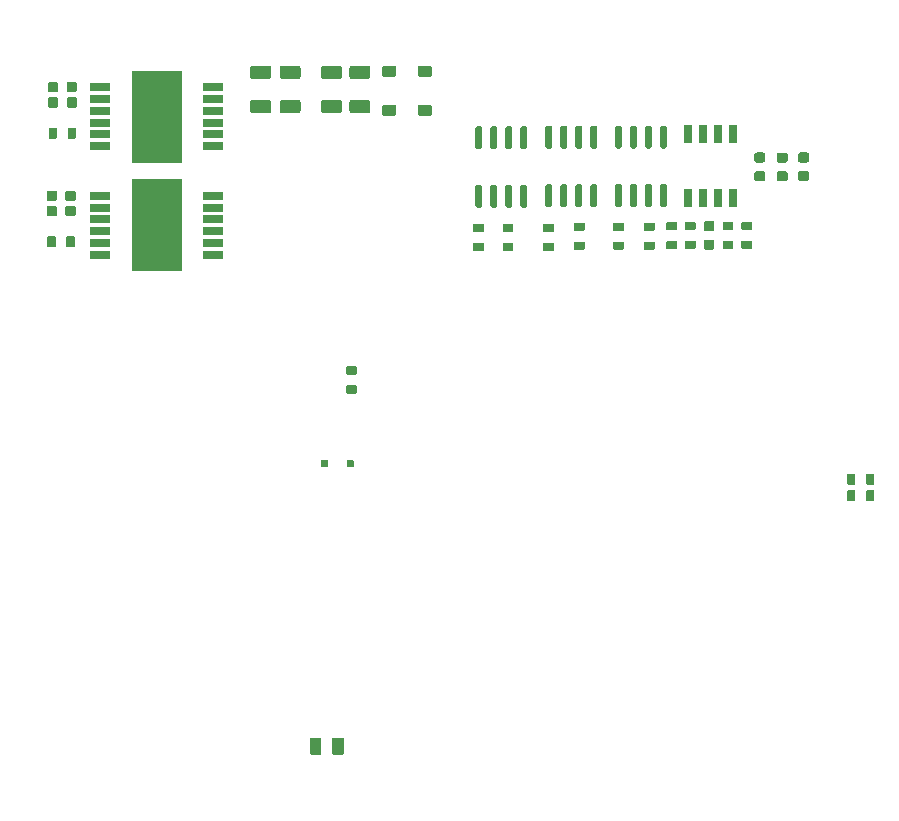
<source format=gtp>
G04 #@! TF.GenerationSoftware,KiCad,Pcbnew,8.0.2-8.0.2-0~ubuntu22.04.1*
G04 #@! TF.CreationDate,2024-05-29T14:04:05+00:00*
G04 #@! TF.ProjectId,PROLT,50524f4c-542e-46b6-9963-61645f706362,rev?*
G04 #@! TF.SameCoordinates,Original*
G04 #@! TF.FileFunction,Paste,Top*
G04 #@! TF.FilePolarity,Positive*
%FSLAX46Y46*%
G04 Gerber Fmt 4.6, Leading zero omitted, Abs format (unit mm)*
G04 Created by KiCad (PCBNEW 8.0.2-8.0.2-0~ubuntu22.04.1) date 2024-05-29 14:04:05*
%MOMM*%
%LPD*%
G01*
G04 APERTURE LIST*
%ADD10R,0.650000X1.525000*%
%ADD11R,1.750000X0.650000*%
%ADD12R,4.300000X7.900000*%
G04 APERTURE END LIST*
G04 #@! TO.C,R9*
G36*
G01*
X39180000Y44173405D02*
X38400000Y44173405D01*
G75*
G02*
X38330000Y44243405I0J70000D01*
G01*
X38330000Y44803405D01*
G75*
G02*
X38400000Y44873405I70000J0D01*
G01*
X39180000Y44873405D01*
G75*
G02*
X39250000Y44803405I0J-70000D01*
G01*
X39250000Y44243405D01*
G75*
G02*
X39180000Y44173405I-70000J0D01*
G01*
G37*
G36*
G01*
X39180000Y45773405D02*
X38400000Y45773405D01*
G75*
G02*
X38330000Y45843405I0J70000D01*
G01*
X38330000Y46403405D01*
G75*
G02*
X38400000Y46473405I70000J0D01*
G01*
X39180000Y46473405D01*
G75*
G02*
X39250000Y46403405I0J-70000D01*
G01*
X39250000Y45843405D01*
G75*
G02*
X39180000Y45773405I-70000J0D01*
G01*
G37*
G04 #@! TD*
G04 #@! TO.C,C1*
G36*
G01*
X58655000Y44284999D02*
X57975000Y44284999D01*
G75*
G02*
X57890000Y44369999I0J85000D01*
G01*
X57890000Y45049999D01*
G75*
G02*
X57975000Y45134999I85000J0D01*
G01*
X58655000Y45134999D01*
G75*
G02*
X58740000Y45049999I0J-85000D01*
G01*
X58740000Y44369999D01*
G75*
G02*
X58655000Y44284999I-85000J0D01*
G01*
G37*
G36*
G01*
X58655000Y45865001D02*
X57975000Y45865001D01*
G75*
G02*
X57890000Y45950001I0J85000D01*
G01*
X57890000Y46630001D01*
G75*
G02*
X57975000Y46715001I85000J0D01*
G01*
X58655000Y46715001D01*
G75*
G02*
X58740000Y46630001I0J-85000D01*
G01*
X58740000Y45950001D01*
G75*
G02*
X58655000Y45865001I-85000J0D01*
G01*
G37*
G04 #@! TD*
G04 #@! TO.C,C26*
G36*
G01*
X2244998Y48510000D02*
X2244998Y49190000D01*
G75*
G02*
X2329998Y49275000I85000J0D01*
G01*
X3009998Y49275000D01*
G75*
G02*
X3094998Y49190000I0J-85000D01*
G01*
X3094998Y48510000D01*
G75*
G02*
X3009998Y48425000I-85000J0D01*
G01*
X2329998Y48425000D01*
G75*
G02*
X2244998Y48510000I0J85000D01*
G01*
G37*
G36*
G01*
X3825000Y48510000D02*
X3825000Y49190000D01*
G75*
G02*
X3910000Y49275000I85000J0D01*
G01*
X4590000Y49275000D01*
G75*
G02*
X4675000Y49190000I0J-85000D01*
G01*
X4675000Y48510000D01*
G75*
G02*
X4590000Y48425000I-85000J0D01*
G01*
X3910000Y48425000D01*
G75*
G02*
X3825000Y48510000I0J85000D01*
G01*
G37*
G04 #@! TD*
G04 #@! TO.C,R15*
G36*
G01*
X72300000Y23840000D02*
X72300000Y23060000D01*
G75*
G02*
X72230000Y22990000I-70000J0D01*
G01*
X71670000Y22990000D01*
G75*
G02*
X71600000Y23060000I0J70000D01*
G01*
X71600000Y23840000D01*
G75*
G02*
X71670000Y23910000I70000J0D01*
G01*
X72230000Y23910000D01*
G75*
G02*
X72300000Y23840000I0J-70000D01*
G01*
G37*
G36*
G01*
X70700000Y23840000D02*
X70700000Y23060000D01*
G75*
G02*
X70630000Y22990000I-70000J0D01*
G01*
X70070000Y22990000D01*
G75*
G02*
X70000000Y23060000I0J70000D01*
G01*
X70000000Y23840000D01*
G75*
G02*
X70070000Y23910000I70000J0D01*
G01*
X70630000Y23910000D01*
G75*
G02*
X70700000Y23840000I0J-70000D01*
G01*
G37*
G04 #@! TD*
G04 #@! TO.C,F7*
G36*
G01*
X27850000Y58955010D02*
X27850000Y59645010D01*
G75*
G02*
X28080000Y59875010I230000J0D01*
G01*
X29420000Y59875010D01*
G75*
G02*
X29650000Y59645010I0J-230000D01*
G01*
X29650000Y58955010D01*
G75*
G02*
X29420000Y58725010I-230000J0D01*
G01*
X28080000Y58725010D01*
G75*
G02*
X27850000Y58955010I0J230000D01*
G01*
G37*
G36*
G01*
X27850000Y56054990D02*
X27850000Y56744990D01*
G75*
G02*
X28080000Y56974990I230000J0D01*
G01*
X29420000Y56974990D01*
G75*
G02*
X29650000Y56744990I0J-230000D01*
G01*
X29650000Y56054990D01*
G75*
G02*
X29420000Y55824990I-230000J0D01*
G01*
X28080000Y55824990D01*
G75*
G02*
X27850000Y56054990I0J230000D01*
G01*
G37*
G04 #@! TD*
G04 #@! TO.C,U3*
G36*
G01*
X50795000Y47900000D02*
X50495000Y47900000D01*
G75*
G02*
X50345000Y48050000I0J150000D01*
G01*
X50345000Y49700000D01*
G75*
G02*
X50495000Y49850000I150000J0D01*
G01*
X50795000Y49850000D01*
G75*
G02*
X50945000Y49700000I0J-150000D01*
G01*
X50945000Y48050000D01*
G75*
G02*
X50795000Y47900000I-150000J0D01*
G01*
G37*
G36*
G01*
X52065000Y47900000D02*
X51765000Y47900000D01*
G75*
G02*
X51615000Y48050000I0J150000D01*
G01*
X51615000Y49700000D01*
G75*
G02*
X51765000Y49850000I150000J0D01*
G01*
X52065000Y49850000D01*
G75*
G02*
X52215000Y49700000I0J-150000D01*
G01*
X52215000Y48050000D01*
G75*
G02*
X52065000Y47900000I-150000J0D01*
G01*
G37*
G36*
G01*
X53335000Y47900000D02*
X53035000Y47900000D01*
G75*
G02*
X52885000Y48050000I0J150000D01*
G01*
X52885000Y49700000D01*
G75*
G02*
X53035000Y49850000I150000J0D01*
G01*
X53335000Y49850000D01*
G75*
G02*
X53485000Y49700000I0J-150000D01*
G01*
X53485000Y48050000D01*
G75*
G02*
X53335000Y47900000I-150000J0D01*
G01*
G37*
G36*
G01*
X54605000Y47900000D02*
X54305000Y47900000D01*
G75*
G02*
X54155000Y48050000I0J150000D01*
G01*
X54155000Y49700000D01*
G75*
G02*
X54305000Y49850000I150000J0D01*
G01*
X54605000Y49850000D01*
G75*
G02*
X54755000Y49700000I0J-150000D01*
G01*
X54755000Y48050000D01*
G75*
G02*
X54605000Y47900000I-150000J0D01*
G01*
G37*
G36*
G01*
X54605000Y52850000D02*
X54305000Y52850000D01*
G75*
G02*
X54155000Y53000000I0J150000D01*
G01*
X54155000Y54650000D01*
G75*
G02*
X54305000Y54800000I150000J0D01*
G01*
X54605000Y54800000D01*
G75*
G02*
X54755000Y54650000I0J-150000D01*
G01*
X54755000Y53000000D01*
G75*
G02*
X54605000Y52850000I-150000J0D01*
G01*
G37*
G36*
G01*
X53335000Y52850000D02*
X53035000Y52850000D01*
G75*
G02*
X52885000Y53000000I0J150000D01*
G01*
X52885000Y54650000D01*
G75*
G02*
X53035000Y54800000I150000J0D01*
G01*
X53335000Y54800000D01*
G75*
G02*
X53485000Y54650000I0J-150000D01*
G01*
X53485000Y53000000D01*
G75*
G02*
X53335000Y52850000I-150000J0D01*
G01*
G37*
G36*
G01*
X52065000Y52850000D02*
X51765000Y52850000D01*
G75*
G02*
X51615000Y53000000I0J150000D01*
G01*
X51615000Y54650000D01*
G75*
G02*
X51765000Y54800000I150000J0D01*
G01*
X52065000Y54800000D01*
G75*
G02*
X52215000Y54650000I0J-150000D01*
G01*
X52215000Y53000000D01*
G75*
G02*
X52065000Y52850000I-150000J0D01*
G01*
G37*
G36*
G01*
X50795000Y52850000D02*
X50495000Y52850000D01*
G75*
G02*
X50345000Y53000000I0J150000D01*
G01*
X50345000Y54650000D01*
G75*
G02*
X50495000Y54800000I150000J0D01*
G01*
X50795000Y54800000D01*
G75*
G02*
X50945000Y54650000I0J-150000D01*
G01*
X50945000Y53000000D01*
G75*
G02*
X50795000Y52850000I-150000J0D01*
G01*
G37*
G04 #@! TD*
D10*
G04 #@! TO.C,IC1*
X56545000Y48663000D03*
X57815000Y48663000D03*
X59085000Y48663000D03*
X60355000Y48663000D03*
X60355000Y54087000D03*
X59085000Y54087000D03*
X57815000Y54087000D03*
X56545000Y54087000D03*
G04 #@! TD*
G04 #@! TO.C,R12*
G36*
G01*
X4600000Y45340000D02*
X4600000Y44560000D01*
G75*
G02*
X4530000Y44490000I-70000J0D01*
G01*
X3970000Y44490000D01*
G75*
G02*
X3900000Y44560000I0J70000D01*
G01*
X3900000Y45340000D01*
G75*
G02*
X3970000Y45410000I70000J0D01*
G01*
X4530000Y45410000D01*
G75*
G02*
X4600000Y45340000I0J-70000D01*
G01*
G37*
G36*
G01*
X3000000Y45340000D02*
X3000000Y44560000D01*
G75*
G02*
X2930000Y44490000I-70000J0D01*
G01*
X2370000Y44490000D01*
G75*
G02*
X2300000Y44560000I0J70000D01*
G01*
X2300000Y45340000D01*
G75*
G02*
X2370000Y45410000I70000J0D01*
G01*
X2930000Y45410000D01*
G75*
G02*
X3000000Y45340000I0J-70000D01*
G01*
G37*
G04 #@! TD*
G04 #@! TO.C,C13*
G36*
G01*
X2344998Y57710000D02*
X2344998Y58390000D01*
G75*
G02*
X2429998Y58475000I85000J0D01*
G01*
X3109998Y58475000D01*
G75*
G02*
X3194998Y58390000I0J-85000D01*
G01*
X3194998Y57710000D01*
G75*
G02*
X3109998Y57625000I-85000J0D01*
G01*
X2429998Y57625000D01*
G75*
G02*
X2344998Y57710000I0J85000D01*
G01*
G37*
G36*
G01*
X3925000Y57710000D02*
X3925000Y58390000D01*
G75*
G02*
X4010000Y58475000I85000J0D01*
G01*
X4690000Y58475000D01*
G75*
G02*
X4775000Y58390000I0J-85000D01*
G01*
X4775000Y57710000D01*
G75*
G02*
X4690000Y57625000I-85000J0D01*
G01*
X4010000Y57625000D01*
G75*
G02*
X3925000Y57710000I0J85000D01*
G01*
G37*
G04 #@! TD*
G04 #@! TO.C,R14*
G36*
G01*
X70000000Y24460000D02*
X70000000Y25240000D01*
G75*
G02*
X70070000Y25310000I70000J0D01*
G01*
X70630000Y25310000D01*
G75*
G02*
X70700000Y25240000I0J-70000D01*
G01*
X70700000Y24460000D01*
G75*
G02*
X70630000Y24390000I-70000J0D01*
G01*
X70070000Y24390000D01*
G75*
G02*
X70000000Y24460000I0J70000D01*
G01*
G37*
G36*
G01*
X71600000Y24460000D02*
X71600000Y25240000D01*
G75*
G02*
X71670000Y25310000I70000J0D01*
G01*
X72230000Y25310000D01*
G75*
G02*
X72300000Y25240000I0J-70000D01*
G01*
X72300000Y24460000D01*
G75*
G02*
X72230000Y24390000I-70000J0D01*
G01*
X71670000Y24390000D01*
G75*
G02*
X71600000Y24460000I0J70000D01*
G01*
G37*
G04 #@! TD*
D11*
G04 #@! TO.C,IC3*
X16350000Y43850000D03*
X16350000Y44850000D03*
X16350000Y45850000D03*
X16350000Y46850000D03*
X16350000Y47850000D03*
X16350000Y48850000D03*
X6750000Y48850000D03*
X6750000Y47850000D03*
X6750000Y46850000D03*
X6750000Y45850000D03*
X6750000Y44850000D03*
X6750000Y43850000D03*
D12*
X11550000Y46350000D03*
G04 #@! TD*
G04 #@! TO.C,D3*
G36*
G01*
X28188502Y25862502D02*
X27708502Y25862502D01*
G75*
G02*
X27648502Y25922502I0J60000D01*
G01*
X27648502Y26402502D01*
G75*
G02*
X27708502Y26462502I60000J0D01*
G01*
X28188502Y26462502D01*
G75*
G02*
X28248502Y26402502I0J-60000D01*
G01*
X28248502Y25922502D01*
G75*
G02*
X28188502Y25862502I-60000J0D01*
G01*
G37*
G36*
G01*
X25988502Y25862502D02*
X25508502Y25862502D01*
G75*
G02*
X25448502Y25922502I0J60000D01*
G01*
X25448502Y26402502D01*
G75*
G02*
X25508502Y26462502I60000J0D01*
G01*
X25988502Y26462502D01*
G75*
G02*
X26048502Y26402502I0J-60000D01*
G01*
X26048502Y25922502D01*
G75*
G02*
X25988502Y25862502I-60000J0D01*
G01*
G37*
G04 #@! TD*
G04 #@! TO.C,C27*
G36*
G01*
X2244998Y47210000D02*
X2244998Y47890000D01*
G75*
G02*
X2329998Y47975000I85000J0D01*
G01*
X3009998Y47975000D01*
G75*
G02*
X3094998Y47890000I0J-85000D01*
G01*
X3094998Y47210000D01*
G75*
G02*
X3009998Y47125000I-85000J0D01*
G01*
X2329998Y47125000D01*
G75*
G02*
X2244998Y47210000I0J85000D01*
G01*
G37*
G36*
G01*
X3825000Y47210000D02*
X3825000Y47890000D01*
G75*
G02*
X3910000Y47975000I85000J0D01*
G01*
X4590000Y47975000D01*
G75*
G02*
X4675000Y47890000I0J-85000D01*
G01*
X4675000Y47210000D01*
G75*
G02*
X4590000Y47125000I-85000J0D01*
G01*
X3910000Y47125000D01*
G75*
G02*
X3825000Y47210000I0J85000D01*
G01*
G37*
G04 #@! TD*
G04 #@! TO.C,R13*
G36*
G01*
X28440000Y32100000D02*
X27660000Y32100000D01*
G75*
G02*
X27590000Y32170000I0J70000D01*
G01*
X27590000Y32730000D01*
G75*
G02*
X27660000Y32800000I70000J0D01*
G01*
X28440000Y32800000D01*
G75*
G02*
X28510000Y32730000I0J-70000D01*
G01*
X28510000Y32170000D01*
G75*
G02*
X28440000Y32100000I-70000J0D01*
G01*
G37*
G36*
G01*
X28440000Y33700000D02*
X27660000Y33700000D01*
G75*
G02*
X27590000Y33770000I0J70000D01*
G01*
X27590000Y34330000D01*
G75*
G02*
X27660000Y34400000I70000J0D01*
G01*
X28440000Y34400000D01*
G75*
G02*
X28510000Y34330000I0J-70000D01*
G01*
X28510000Y33770000D01*
G75*
G02*
X28440000Y33700000I-70000J0D01*
G01*
G37*
G04 #@! TD*
G04 #@! TO.C,R4*
G36*
G01*
X53640000Y44275000D02*
X52860000Y44275000D01*
G75*
G02*
X52790000Y44345000I0J70000D01*
G01*
X52790000Y44905000D01*
G75*
G02*
X52860000Y44975000I70000J0D01*
G01*
X53640000Y44975000D01*
G75*
G02*
X53710000Y44905000I0J-70000D01*
G01*
X53710000Y44345000D01*
G75*
G02*
X53640000Y44275000I-70000J0D01*
G01*
G37*
G36*
G01*
X53640000Y45875000D02*
X52860000Y45875000D01*
G75*
G02*
X52790000Y45945000I0J70000D01*
G01*
X52790000Y46505000D01*
G75*
G02*
X52860000Y46575000I70000J0D01*
G01*
X53640000Y46575000D01*
G75*
G02*
X53710000Y46505000I0J-70000D01*
G01*
X53710000Y45945000D01*
G75*
G02*
X53640000Y45875000I-70000J0D01*
G01*
G37*
G04 #@! TD*
G04 #@! TO.C,R5*
G36*
G01*
X55540000Y44325000D02*
X54760000Y44325000D01*
G75*
G02*
X54690000Y44395000I0J70000D01*
G01*
X54690000Y44955000D01*
G75*
G02*
X54760000Y45025000I70000J0D01*
G01*
X55540000Y45025000D01*
G75*
G02*
X55610000Y44955000I0J-70000D01*
G01*
X55610000Y44395000D01*
G75*
G02*
X55540000Y44325000I-70000J0D01*
G01*
G37*
G36*
G01*
X55540000Y45925000D02*
X54760000Y45925000D01*
G75*
G02*
X54690000Y45995000I0J70000D01*
G01*
X54690000Y46555000D01*
G75*
G02*
X54760000Y46625000I70000J0D01*
G01*
X55540000Y46625000D01*
G75*
G02*
X55610000Y46555000I0J-70000D01*
G01*
X55610000Y45995000D01*
G75*
G02*
X55540000Y45925000I-70000J0D01*
G01*
G37*
G04 #@! TD*
G04 #@! TO.C,R1*
G36*
G01*
X45120000Y44175000D02*
X44340000Y44175000D01*
G75*
G02*
X44270000Y44245000I0J70000D01*
G01*
X44270000Y44805000D01*
G75*
G02*
X44340000Y44875000I70000J0D01*
G01*
X45120000Y44875000D01*
G75*
G02*
X45190000Y44805000I0J-70000D01*
G01*
X45190000Y44245000D01*
G75*
G02*
X45120000Y44175000I-70000J0D01*
G01*
G37*
G36*
G01*
X45120000Y45775000D02*
X44340000Y45775000D01*
G75*
G02*
X44270000Y45845000I0J70000D01*
G01*
X44270000Y46405000D01*
G75*
G02*
X44340000Y46475000I70000J0D01*
G01*
X45120000Y46475000D01*
G75*
G02*
X45190000Y46405000I0J-70000D01*
G01*
X45190000Y45845000D01*
G75*
G02*
X45120000Y45775000I-70000J0D01*
G01*
G37*
G04 #@! TD*
D11*
G04 #@! TO.C,IC2*
X16350000Y53050000D03*
X16350000Y54050000D03*
X16350000Y55050000D03*
X16350000Y56050000D03*
X16350000Y57050000D03*
X16350000Y58050000D03*
X6750000Y58050000D03*
X6750000Y57050000D03*
X6750000Y56050000D03*
X6750000Y55050000D03*
X6750000Y54050000D03*
X6750000Y53050000D03*
D12*
X11550000Y55550000D03*
G04 #@! TD*
G04 #@! TO.C,F2*
G36*
G01*
X64258750Y52512500D02*
X64771250Y52512500D01*
G75*
G02*
X64990000Y52293750I0J-218750D01*
G01*
X64990000Y51856250D01*
G75*
G02*
X64771250Y51637500I-218750J0D01*
G01*
X64258750Y51637500D01*
G75*
G02*
X64040000Y51856250I0J218750D01*
G01*
X64040000Y52293750D01*
G75*
G02*
X64258750Y52512500I218750J0D01*
G01*
G37*
G36*
G01*
X64258750Y50937500D02*
X64771250Y50937500D01*
G75*
G02*
X64990000Y50718750I0J-218750D01*
G01*
X64990000Y50281250D01*
G75*
G02*
X64771250Y50062500I-218750J0D01*
G01*
X64258750Y50062500D01*
G75*
G02*
X64040000Y50281250I0J218750D01*
G01*
X64040000Y50718750D01*
G75*
G02*
X64258750Y50937500I218750J0D01*
G01*
G37*
G04 #@! TD*
G04 #@! TO.C,U4*
G36*
G01*
X38970000Y47850000D02*
X38670000Y47850000D01*
G75*
G02*
X38520000Y48000000I0J150000D01*
G01*
X38520000Y49650000D01*
G75*
G02*
X38670000Y49800000I150000J0D01*
G01*
X38970000Y49800000D01*
G75*
G02*
X39120000Y49650000I0J-150000D01*
G01*
X39120000Y48000000D01*
G75*
G02*
X38970000Y47850000I-150000J0D01*
G01*
G37*
G36*
G01*
X40240000Y47850000D02*
X39940000Y47850000D01*
G75*
G02*
X39790000Y48000000I0J150000D01*
G01*
X39790000Y49650000D01*
G75*
G02*
X39940000Y49800000I150000J0D01*
G01*
X40240000Y49800000D01*
G75*
G02*
X40390000Y49650000I0J-150000D01*
G01*
X40390000Y48000000D01*
G75*
G02*
X40240000Y47850000I-150000J0D01*
G01*
G37*
G36*
G01*
X41510000Y47850000D02*
X41210000Y47850000D01*
G75*
G02*
X41060000Y48000000I0J150000D01*
G01*
X41060000Y49650000D01*
G75*
G02*
X41210000Y49800000I150000J0D01*
G01*
X41510000Y49800000D01*
G75*
G02*
X41660000Y49650000I0J-150000D01*
G01*
X41660000Y48000000D01*
G75*
G02*
X41510000Y47850000I-150000J0D01*
G01*
G37*
G36*
G01*
X42780000Y47850000D02*
X42480000Y47850000D01*
G75*
G02*
X42330000Y48000000I0J150000D01*
G01*
X42330000Y49650000D01*
G75*
G02*
X42480000Y49800000I150000J0D01*
G01*
X42780000Y49800000D01*
G75*
G02*
X42930000Y49650000I0J-150000D01*
G01*
X42930000Y48000000D01*
G75*
G02*
X42780000Y47850000I-150000J0D01*
G01*
G37*
G36*
G01*
X42780000Y52800000D02*
X42480000Y52800000D01*
G75*
G02*
X42330000Y52950000I0J150000D01*
G01*
X42330000Y54600000D01*
G75*
G02*
X42480000Y54750000I150000J0D01*
G01*
X42780000Y54750000D01*
G75*
G02*
X42930000Y54600000I0J-150000D01*
G01*
X42930000Y52950000D01*
G75*
G02*
X42780000Y52800000I-150000J0D01*
G01*
G37*
G36*
G01*
X41510000Y52800000D02*
X41210000Y52800000D01*
G75*
G02*
X41060000Y52950000I0J150000D01*
G01*
X41060000Y54600000D01*
G75*
G02*
X41210000Y54750000I150000J0D01*
G01*
X41510000Y54750000D01*
G75*
G02*
X41660000Y54600000I0J-150000D01*
G01*
X41660000Y52950000D01*
G75*
G02*
X41510000Y52800000I-150000J0D01*
G01*
G37*
G36*
G01*
X40240000Y52800000D02*
X39940000Y52800000D01*
G75*
G02*
X39790000Y52950000I0J150000D01*
G01*
X39790000Y54600000D01*
G75*
G02*
X39940000Y54750000I150000J0D01*
G01*
X40240000Y54750000D01*
G75*
G02*
X40390000Y54600000I0J-150000D01*
G01*
X40390000Y52950000D01*
G75*
G02*
X40240000Y52800000I-150000J0D01*
G01*
G37*
G36*
G01*
X38970000Y52800000D02*
X38670000Y52800000D01*
G75*
G02*
X38520000Y52950000I0J150000D01*
G01*
X38520000Y54600000D01*
G75*
G02*
X38670000Y54750000I150000J0D01*
G01*
X38970000Y54750000D01*
G75*
G02*
X39120000Y54600000I0J-150000D01*
G01*
X39120000Y52950000D01*
G75*
G02*
X38970000Y52800000I-150000J0D01*
G01*
G37*
G04 #@! TD*
G04 #@! TO.C,F5*
G36*
G01*
X21950000Y58955010D02*
X21950000Y59645010D01*
G75*
G02*
X22180000Y59875010I230000J0D01*
G01*
X23520000Y59875010D01*
G75*
G02*
X23750000Y59645010I0J-230000D01*
G01*
X23750000Y58955010D01*
G75*
G02*
X23520000Y58725010I-230000J0D01*
G01*
X22180000Y58725010D01*
G75*
G02*
X21950000Y58955010I0J230000D01*
G01*
G37*
G36*
G01*
X21950000Y56054990D02*
X21950000Y56744990D01*
G75*
G02*
X22180000Y56974990I230000J0D01*
G01*
X23520000Y56974990D01*
G75*
G02*
X23750000Y56744990I0J-230000D01*
G01*
X23750000Y56054990D01*
G75*
G02*
X23520000Y55824990I-230000J0D01*
G01*
X22180000Y55824990D01*
G75*
G02*
X21950000Y56054990I0J230000D01*
G01*
G37*
G04 #@! TD*
G04 #@! TO.C,R16*
G36*
G01*
X24499999Y1625000D02*
X24499999Y2875000D01*
G75*
G02*
X24599999Y2975000I100000J0D01*
G01*
X25399999Y2975000D01*
G75*
G02*
X25499999Y2875000I0J-100000D01*
G01*
X25499999Y1625000D01*
G75*
G02*
X25399999Y1525000I-100000J0D01*
G01*
X24599999Y1525000D01*
G75*
G02*
X24499999Y1625000I0J100000D01*
G01*
G37*
G36*
G01*
X26400021Y1625000D02*
X26400021Y2875000D01*
G75*
G02*
X26500021Y2975000I100000J0D01*
G01*
X27300021Y2975000D01*
G75*
G02*
X27400021Y2875000I0J-100000D01*
G01*
X27400021Y1625000D01*
G75*
G02*
X27300021Y1525000I-100000J0D01*
G01*
X26500021Y1525000D01*
G75*
G02*
X26400021Y1625000I0J100000D01*
G01*
G37*
G04 #@! TD*
G04 #@! TO.C,R11*
G36*
G01*
X4700000Y54540000D02*
X4700000Y53760000D01*
G75*
G02*
X4630000Y53690000I-70000J0D01*
G01*
X4070000Y53690000D01*
G75*
G02*
X4000000Y53760000I0J70000D01*
G01*
X4000000Y54540000D01*
G75*
G02*
X4070000Y54610000I70000J0D01*
G01*
X4630000Y54610000D01*
G75*
G02*
X4700000Y54540000I0J-70000D01*
G01*
G37*
G36*
G01*
X3100000Y54540000D02*
X3100000Y53760000D01*
G75*
G02*
X3030000Y53690000I-70000J0D01*
G01*
X2470000Y53690000D01*
G75*
G02*
X2400000Y53760000I0J70000D01*
G01*
X2400000Y54540000D01*
G75*
G02*
X2470000Y54610000I70000J0D01*
G01*
X3030000Y54610000D01*
G75*
G02*
X3100000Y54540000I0J-70000D01*
G01*
G37*
G04 #@! TD*
G04 #@! TO.C,D2*
G36*
G01*
X31760000Y55650000D02*
X30740000Y55650000D01*
G75*
G02*
X30650000Y55740000I0J90000D01*
G01*
X30650000Y56460000D01*
G75*
G02*
X30740000Y56550000I90000J0D01*
G01*
X31760000Y56550000D01*
G75*
G02*
X31850000Y56460000I0J-90000D01*
G01*
X31850000Y55740000D01*
G75*
G02*
X31760000Y55650000I-90000J0D01*
G01*
G37*
G36*
G01*
X31760000Y58950000D02*
X30740000Y58950000D01*
G75*
G02*
X30650000Y59040000I0J90000D01*
G01*
X30650000Y59760000D01*
G75*
G02*
X30740000Y59850000I90000J0D01*
G01*
X31760000Y59850000D01*
G75*
G02*
X31850000Y59760000I0J-90000D01*
G01*
X31850000Y59040000D01*
G75*
G02*
X31760000Y58950000I-90000J0D01*
G01*
G37*
G04 #@! TD*
G04 #@! TO.C,F4*
G36*
G01*
X19450000Y58955010D02*
X19450000Y59645010D01*
G75*
G02*
X19680000Y59875010I230000J0D01*
G01*
X21020000Y59875010D01*
G75*
G02*
X21250000Y59645010I0J-230000D01*
G01*
X21250000Y58955010D01*
G75*
G02*
X21020000Y58725010I-230000J0D01*
G01*
X19680000Y58725010D01*
G75*
G02*
X19450000Y58955010I0J230000D01*
G01*
G37*
G36*
G01*
X19450000Y56054990D02*
X19450000Y56744990D01*
G75*
G02*
X19680000Y56974990I230000J0D01*
G01*
X21020000Y56974990D01*
G75*
G02*
X21250000Y56744990I0J-230000D01*
G01*
X21250000Y56054990D01*
G75*
G02*
X21020000Y55824990I-230000J0D01*
G01*
X19680000Y55824990D01*
G75*
G02*
X19450000Y56054990I0J230000D01*
G01*
G37*
G04 #@! TD*
G04 #@! TO.C,D1*
G36*
G01*
X34760000Y55650000D02*
X33740000Y55650000D01*
G75*
G02*
X33650000Y55740000I0J90000D01*
G01*
X33650000Y56460000D01*
G75*
G02*
X33740000Y56550000I90000J0D01*
G01*
X34760000Y56550000D01*
G75*
G02*
X34850000Y56460000I0J-90000D01*
G01*
X34850000Y55740000D01*
G75*
G02*
X34760000Y55650000I-90000J0D01*
G01*
G37*
G36*
G01*
X34760000Y58950000D02*
X33740000Y58950000D01*
G75*
G02*
X33650000Y59040000I0J90000D01*
G01*
X33650000Y59760000D01*
G75*
G02*
X33740000Y59850000I90000J0D01*
G01*
X34760000Y59850000D01*
G75*
G02*
X34850000Y59760000I0J-90000D01*
G01*
X34850000Y59040000D01*
G75*
G02*
X34760000Y58950000I-90000J0D01*
G01*
G37*
G04 #@! TD*
G04 #@! TO.C,U2*
G36*
G01*
X44895000Y47900000D02*
X44595000Y47900000D01*
G75*
G02*
X44445000Y48050000I0J150000D01*
G01*
X44445000Y49700000D01*
G75*
G02*
X44595000Y49850000I150000J0D01*
G01*
X44895000Y49850000D01*
G75*
G02*
X45045000Y49700000I0J-150000D01*
G01*
X45045000Y48050000D01*
G75*
G02*
X44895000Y47900000I-150000J0D01*
G01*
G37*
G36*
G01*
X46165000Y47900000D02*
X45865000Y47900000D01*
G75*
G02*
X45715000Y48050000I0J150000D01*
G01*
X45715000Y49700000D01*
G75*
G02*
X45865000Y49850000I150000J0D01*
G01*
X46165000Y49850000D01*
G75*
G02*
X46315000Y49700000I0J-150000D01*
G01*
X46315000Y48050000D01*
G75*
G02*
X46165000Y47900000I-150000J0D01*
G01*
G37*
G36*
G01*
X47435000Y47900000D02*
X47135000Y47900000D01*
G75*
G02*
X46985000Y48050000I0J150000D01*
G01*
X46985000Y49700000D01*
G75*
G02*
X47135000Y49850000I150000J0D01*
G01*
X47435000Y49850000D01*
G75*
G02*
X47585000Y49700000I0J-150000D01*
G01*
X47585000Y48050000D01*
G75*
G02*
X47435000Y47900000I-150000J0D01*
G01*
G37*
G36*
G01*
X48705000Y47900000D02*
X48405000Y47900000D01*
G75*
G02*
X48255000Y48050000I0J150000D01*
G01*
X48255000Y49700000D01*
G75*
G02*
X48405000Y49850000I150000J0D01*
G01*
X48705000Y49850000D01*
G75*
G02*
X48855000Y49700000I0J-150000D01*
G01*
X48855000Y48050000D01*
G75*
G02*
X48705000Y47900000I-150000J0D01*
G01*
G37*
G36*
G01*
X48705000Y52850000D02*
X48405000Y52850000D01*
G75*
G02*
X48255000Y53000000I0J150000D01*
G01*
X48255000Y54650000D01*
G75*
G02*
X48405000Y54800000I150000J0D01*
G01*
X48705000Y54800000D01*
G75*
G02*
X48855000Y54650000I0J-150000D01*
G01*
X48855000Y53000000D01*
G75*
G02*
X48705000Y52850000I-150000J0D01*
G01*
G37*
G36*
G01*
X47435000Y52850000D02*
X47135000Y52850000D01*
G75*
G02*
X46985000Y53000000I0J150000D01*
G01*
X46985000Y54650000D01*
G75*
G02*
X47135000Y54800000I150000J0D01*
G01*
X47435000Y54800000D01*
G75*
G02*
X47585000Y54650000I0J-150000D01*
G01*
X47585000Y53000000D01*
G75*
G02*
X47435000Y52850000I-150000J0D01*
G01*
G37*
G36*
G01*
X46165000Y52850000D02*
X45865000Y52850000D01*
G75*
G02*
X45715000Y53000000I0J150000D01*
G01*
X45715000Y54650000D01*
G75*
G02*
X45865000Y54800000I150000J0D01*
G01*
X46165000Y54800000D01*
G75*
G02*
X46315000Y54650000I0J-150000D01*
G01*
X46315000Y53000000D01*
G75*
G02*
X46165000Y52850000I-150000J0D01*
G01*
G37*
G36*
G01*
X44895000Y52850000D02*
X44595000Y52850000D01*
G75*
G02*
X44445000Y53000000I0J150000D01*
G01*
X44445000Y54650000D01*
G75*
G02*
X44595000Y54800000I150000J0D01*
G01*
X44895000Y54800000D01*
G75*
G02*
X45045000Y54650000I0J-150000D01*
G01*
X45045000Y53000000D01*
G75*
G02*
X44895000Y52850000I-150000J0D01*
G01*
G37*
G04 #@! TD*
G04 #@! TO.C,F3*
G36*
G01*
X66058750Y52525000D02*
X66571250Y52525000D01*
G75*
G02*
X66790000Y52306250I0J-218750D01*
G01*
X66790000Y51868750D01*
G75*
G02*
X66571250Y51650000I-218750J0D01*
G01*
X66058750Y51650000D01*
G75*
G02*
X65840000Y51868750I0J218750D01*
G01*
X65840000Y52306250D01*
G75*
G02*
X66058750Y52525000I218750J0D01*
G01*
G37*
G36*
G01*
X66058750Y50950000D02*
X66571250Y50950000D01*
G75*
G02*
X66790000Y50731250I0J-218750D01*
G01*
X66790000Y50293750D01*
G75*
G02*
X66571250Y50075000I-218750J0D01*
G01*
X66058750Y50075000D01*
G75*
G02*
X65840000Y50293750I0J218750D01*
G01*
X65840000Y50731250D01*
G75*
G02*
X66058750Y50950000I218750J0D01*
G01*
G37*
G04 #@! TD*
G04 #@! TO.C,R7*
G36*
G01*
X61905000Y44350000D02*
X61125000Y44350000D01*
G75*
G02*
X61055000Y44420000I0J70000D01*
G01*
X61055000Y44980000D01*
G75*
G02*
X61125000Y45050000I70000J0D01*
G01*
X61905000Y45050000D01*
G75*
G02*
X61975000Y44980000I0J-70000D01*
G01*
X61975000Y44420000D01*
G75*
G02*
X61905000Y44350000I-70000J0D01*
G01*
G37*
G36*
G01*
X61905000Y45950000D02*
X61125000Y45950000D01*
G75*
G02*
X61055000Y46020000I0J70000D01*
G01*
X61055000Y46580000D01*
G75*
G02*
X61125000Y46650000I70000J0D01*
G01*
X61905000Y46650000D01*
G75*
G02*
X61975000Y46580000I0J-70000D01*
G01*
X61975000Y46020000D01*
G75*
G02*
X61905000Y45950000I-70000J0D01*
G01*
G37*
G04 #@! TD*
G04 #@! TO.C,R8*
G36*
G01*
X60305000Y44350000D02*
X59525000Y44350000D01*
G75*
G02*
X59455000Y44420000I0J70000D01*
G01*
X59455000Y44980000D01*
G75*
G02*
X59525000Y45050000I70000J0D01*
G01*
X60305000Y45050000D01*
G75*
G02*
X60375000Y44980000I0J-70000D01*
G01*
X60375000Y44420000D01*
G75*
G02*
X60305000Y44350000I-70000J0D01*
G01*
G37*
G36*
G01*
X60305000Y45950000D02*
X59525000Y45950000D01*
G75*
G02*
X59455000Y46020000I0J70000D01*
G01*
X59455000Y46580000D01*
G75*
G02*
X59525000Y46650000I70000J0D01*
G01*
X60305000Y46650000D01*
G75*
G02*
X60375000Y46580000I0J-70000D01*
G01*
X60375000Y46020000D01*
G75*
G02*
X60305000Y45950000I-70000J0D01*
G01*
G37*
G04 #@! TD*
G04 #@! TO.C,R2*
G36*
G01*
X47720000Y44275000D02*
X46940000Y44275000D01*
G75*
G02*
X46870000Y44345000I0J70000D01*
G01*
X46870000Y44905000D01*
G75*
G02*
X46940000Y44975000I70000J0D01*
G01*
X47720000Y44975000D01*
G75*
G02*
X47790000Y44905000I0J-70000D01*
G01*
X47790000Y44345000D01*
G75*
G02*
X47720000Y44275000I-70000J0D01*
G01*
G37*
G36*
G01*
X47720000Y45875000D02*
X46940000Y45875000D01*
G75*
G02*
X46870000Y45945000I0J70000D01*
G01*
X46870000Y46505000D01*
G75*
G02*
X46940000Y46575000I70000J0D01*
G01*
X47720000Y46575000D01*
G75*
G02*
X47790000Y46505000I0J-70000D01*
G01*
X47790000Y45945000D01*
G75*
G02*
X47720000Y45875000I-70000J0D01*
G01*
G37*
G04 #@! TD*
G04 #@! TO.C,F6*
G36*
G01*
X25450000Y58955010D02*
X25450000Y59645010D01*
G75*
G02*
X25680000Y59875010I230000J0D01*
G01*
X27020000Y59875010D01*
G75*
G02*
X27250000Y59645010I0J-230000D01*
G01*
X27250000Y58955010D01*
G75*
G02*
X27020000Y58725010I-230000J0D01*
G01*
X25680000Y58725010D01*
G75*
G02*
X25450000Y58955010I0J230000D01*
G01*
G37*
G36*
G01*
X25450000Y56054990D02*
X25450000Y56744990D01*
G75*
G02*
X25680000Y56974990I230000J0D01*
G01*
X27020000Y56974990D01*
G75*
G02*
X27250000Y56744990I0J-230000D01*
G01*
X27250000Y56054990D01*
G75*
G02*
X27020000Y55824990I-230000J0D01*
G01*
X25680000Y55824990D01*
G75*
G02*
X25450000Y56054990I0J230000D01*
G01*
G37*
G04 #@! TD*
G04 #@! TO.C,R3*
G36*
G01*
X51040000Y44275000D02*
X50260000Y44275000D01*
G75*
G02*
X50190000Y44345000I0J70000D01*
G01*
X50190000Y44905000D01*
G75*
G02*
X50260000Y44975000I70000J0D01*
G01*
X51040000Y44975000D01*
G75*
G02*
X51110000Y44905000I0J-70000D01*
G01*
X51110000Y44345000D01*
G75*
G02*
X51040000Y44275000I-70000J0D01*
G01*
G37*
G36*
G01*
X51040000Y45875000D02*
X50260000Y45875000D01*
G75*
G02*
X50190000Y45945000I0J70000D01*
G01*
X50190000Y46505000D01*
G75*
G02*
X50260000Y46575000I70000J0D01*
G01*
X51040000Y46575000D01*
G75*
G02*
X51110000Y46505000I0J-70000D01*
G01*
X51110000Y45945000D01*
G75*
G02*
X51040000Y45875000I-70000J0D01*
G01*
G37*
G04 #@! TD*
G04 #@! TO.C,C14*
G36*
G01*
X2344998Y56410000D02*
X2344998Y57090000D01*
G75*
G02*
X2429998Y57175000I85000J0D01*
G01*
X3109998Y57175000D01*
G75*
G02*
X3194998Y57090000I0J-85000D01*
G01*
X3194998Y56410000D01*
G75*
G02*
X3109998Y56325000I-85000J0D01*
G01*
X2429998Y56325000D01*
G75*
G02*
X2344998Y56410000I0J85000D01*
G01*
G37*
G36*
G01*
X3925000Y56410000D02*
X3925000Y57090000D01*
G75*
G02*
X4010000Y57175000I85000J0D01*
G01*
X4690000Y57175000D01*
G75*
G02*
X4775000Y57090000I0J-85000D01*
G01*
X4775000Y56410000D01*
G75*
G02*
X4690000Y56325000I-85000J0D01*
G01*
X4010000Y56325000D01*
G75*
G02*
X3925000Y56410000I0J85000D01*
G01*
G37*
G04 #@! TD*
G04 #@! TO.C,F1*
G36*
G01*
X62348750Y52525000D02*
X62861250Y52525000D01*
G75*
G02*
X63080000Y52306250I0J-218750D01*
G01*
X63080000Y51868750D01*
G75*
G02*
X62861250Y51650000I-218750J0D01*
G01*
X62348750Y51650000D01*
G75*
G02*
X62130000Y51868750I0J218750D01*
G01*
X62130000Y52306250D01*
G75*
G02*
X62348750Y52525000I218750J0D01*
G01*
G37*
G36*
G01*
X62348750Y50950000D02*
X62861250Y50950000D01*
G75*
G02*
X63080000Y50731250I0J-218750D01*
G01*
X63080000Y50293750D01*
G75*
G02*
X62861250Y50075000I-218750J0D01*
G01*
X62348750Y50075000D01*
G75*
G02*
X62130000Y50293750I0J218750D01*
G01*
X62130000Y50731250D01*
G75*
G02*
X62348750Y50950000I218750J0D01*
G01*
G37*
G04 #@! TD*
G04 #@! TO.C,R6*
G36*
G01*
X57105000Y44350000D02*
X56325000Y44350000D01*
G75*
G02*
X56255000Y44420000I0J70000D01*
G01*
X56255000Y44980000D01*
G75*
G02*
X56325000Y45050000I70000J0D01*
G01*
X57105000Y45050000D01*
G75*
G02*
X57175000Y44980000I0J-70000D01*
G01*
X57175000Y44420000D01*
G75*
G02*
X57105000Y44350000I-70000J0D01*
G01*
G37*
G36*
G01*
X57105000Y45950000D02*
X56325000Y45950000D01*
G75*
G02*
X56255000Y46020000I0J70000D01*
G01*
X56255000Y46580000D01*
G75*
G02*
X56325000Y46650000I70000J0D01*
G01*
X57105000Y46650000D01*
G75*
G02*
X57175000Y46580000I0J-70000D01*
G01*
X57175000Y46020000D01*
G75*
G02*
X57105000Y45950000I-70000J0D01*
G01*
G37*
G04 #@! TD*
G04 #@! TO.C,R10*
G36*
G01*
X41680000Y44175000D02*
X40900000Y44175000D01*
G75*
G02*
X40830000Y44245000I0J70000D01*
G01*
X40830000Y44805000D01*
G75*
G02*
X40900000Y44875000I70000J0D01*
G01*
X41680000Y44875000D01*
G75*
G02*
X41750000Y44805000I0J-70000D01*
G01*
X41750000Y44245000D01*
G75*
G02*
X41680000Y44175000I-70000J0D01*
G01*
G37*
G36*
G01*
X41680000Y45775000D02*
X40900000Y45775000D01*
G75*
G02*
X40830000Y45845000I0J70000D01*
G01*
X40830000Y46405000D01*
G75*
G02*
X40900000Y46475000I70000J0D01*
G01*
X41680000Y46475000D01*
G75*
G02*
X41750000Y46405000I0J-70000D01*
G01*
X41750000Y45845000D01*
G75*
G02*
X41680000Y45775000I-70000J0D01*
G01*
G37*
G04 #@! TD*
M02*

</source>
